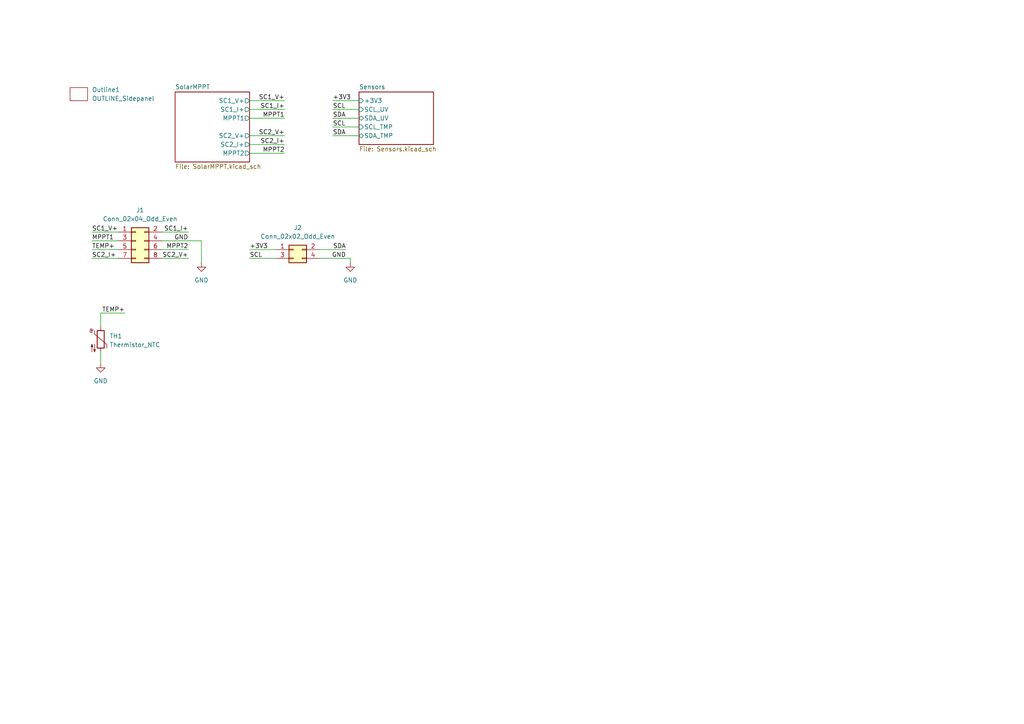
<source format=kicad_sch>
(kicad_sch (version 20211123) (generator eeschema)
  (paper "A4")
  (lib_symbols
    (symbol "Connector_Generic:Conn_02x02_Odd_Even" (pin_names (offset 1.016) hide)
      (property "Reference" "J" (at 1.27 2.54 0))
      (property "Value" "Conn_02x02_Odd_Even" (at 1.27 -5.08 0))
      (symbol "Conn_02x02_Odd_Even_1_1"
        (rectangle (start -1.27 -2.413) (end 0 -2.667) (stroke (width 0.1524)))
        (rectangle (start -1.27 0.127) (end 0 -0.127) (stroke (width 0.1524)))
        (rectangle (start -1.27 1.27) (end 3.81 -3.81) (stroke (width 0.254)) (fill (type background)))
        (rectangle (start 3.81 -2.413) (end 2.54 -2.667) (stroke (width 0.1524)))
        (rectangle (start 3.81 0.127) (end 2.54 -0.127) (stroke (width 0.1524)))
        (pin passive line (at -5.08 0 0) (length 3.81) (name "Pin_1") (number "1"))
        (pin passive line (at 7.62 0 180) (length 3.81) (name "Pin_2") (number "2"))
        (pin passive line (at -5.08 -2.54 0) (length 3.81) (name "Pin_3") (number "3"))
        (pin passive line (at 7.62 -2.54 180) (length 3.81) (name "Pin_4") (number "4"))
      )
    )
    (symbol "Connector_Generic:Conn_02x04_Odd_Even" (pin_names (offset 1.016) hide)
      (property "Reference" "J" (at 1.27 5.08 0))
      (property "Value" "Conn_02x04_Odd_Even" (at 1.27 -7.62 0))
      (symbol "Conn_02x04_Odd_Even_1_1"
        (rectangle (start -1.27 -4.953) (end 0 -5.207) (stroke (width 0.1524)))
        (rectangle (start -1.27 -2.413) (end 0 -2.667) (stroke (width 0.1524)))
        (rectangle (start -1.27 0.127) (end 0 -0.127) (stroke (width 0.1524)))
        (rectangle (start -1.27 2.667) (end 0 2.413) (stroke (width 0.1524)))
        (rectangle (start -1.27 3.81) (end 3.81 -6.35) (stroke (width 0.254)) (fill (type background)))
        (rectangle (start 3.81 -4.953) (end 2.54 -5.207) (stroke (width 0.1524)))
        (rectangle (start 3.81 -2.413) (end 2.54 -2.667) (stroke (width 0.1524)))
        (rectangle (start 3.81 0.127) (end 2.54 -0.127) (stroke (width 0.1524)))
        (rectangle (start 3.81 2.667) (end 2.54 2.413) (stroke (width 0.1524)))
        (pin passive line (at -5.08 2.54 0) (length 3.81) (name "Pin_1") (number "1"))
        (pin passive line (at 7.62 2.54 180) (length 3.81) (name "Pin_2") (number "2"))
        (pin passive line (at -5.08 0 0) (length 3.81) (name "Pin_3") (number "3"))
        (pin passive line (at 7.62 0 180) (length 3.81) (name "Pin_4") (number "4"))
        (pin passive line (at -5.08 -2.54 0) (length 3.81) (name "Pin_5") (number "5"))
        (pin passive line (at 7.62 -2.54 180) (length 3.81) (name "Pin_6") (number "6"))
        (pin passive line (at -5.08 -5.08 0) (length 3.81) (name "Pin_7") (number "7"))
        (pin passive line (at 7.62 -5.08 180) (length 3.81) (name "Pin_8") (number "8"))
      )
    )
    (symbol "Device:Thermistor_NTC" (pin_numbers hide) (pin_names (offset 0))
      (property "Reference" "TH" (at -4.445 0 90))
      (property "Value" "Thermistor_NTC" (at 3.175 0 90))
      (symbol "Thermistor_NTC_0_1"
        (arc (start -3.048 2.159) (mid -3.0505 2.3165) (end -3.175 2.413))
        (arc (start -3.048 2.159) (mid -2.9736 1.9794) (end -2.794 1.905))
        (arc (start -3.048 2.794) (mid -2.9736 2.6144) (end -2.794 2.54))
        (arc (start -2.794 1.905) (mid -2.6144 1.9794) (end -2.54 2.159))
        (arc (start -2.794 2.54) (mid -2.434 2.5608) (end -2.159 2.794))
        (arc (start -2.794 3.048) (mid -2.9736 2.9736) (end -3.048 2.794))
        (arc (start -2.54 2.794) (mid -2.6144 2.9736) (end -2.794 3.048))
        (rectangle (start -1.016 2.54) (end 1.016 -2.54) (stroke (width 0.254)))
        (polyline (pts (xy -2.54 2.159) (xy -2.54 2.794)))
        (polyline (pts (xy -1.778 2.54) (xy -1.778 1.524) (xy 1.778 -1.524) (xy 1.778 -2.54)))
        (polyline (pts (xy -2.54 -3.683) (xy -2.54 -1.397) (xy -2.794 -2.159) (xy -2.286 -2.159) (xy -2.54 -1.397) (xy -2.54 -1.651)) (fill (type outline)))
        (polyline (pts (xy -1.778 -1.397) (xy -1.778 -3.683) (xy -2.032 -2.921) (xy -1.524 -2.921) (xy -1.778 -3.683) (xy -1.778 -3.429)) (fill (type outline)))
      )
      (symbol "Thermistor_NTC_1_1"
        (pin passive line (at 0 3.81 270) (length 1.27) (name "~") (number "1"))
        (pin passive line (at 0 -3.81 90) (length 1.27) (name "~") (number "2"))
      )
    )
    (symbol "USER_Outline:OUTLINE_Sidepanel" (in_bom no)
      (property "Reference" "Outline?" (at 3.81 -3.1749 0))
      (property "Value" "OUTLINE_Sidepanel" (at 3.81 -5.7149 0))
      (symbol "OUTLINE_Sidepanel_0_1"
        (rectangle (start -2.54 -2.54) (end 2.54 -6.35))
      )
    )
    (symbol "power:GND" (power) (pin_names (offset 0))
      (property "Value" "GND" (at 0 -3.81 0))
      (symbol "GND_0_1"
        (polyline (pts (xy 0 0) (xy 0 -1.27) (xy 1.27 -1.27) (xy 0 -2.54) (xy -1.27 -1.27) (xy 0 -1.27)))
      )
      (symbol "GND_1_1"
        (pin power_in line (at 0 0 270) (length 0) hide (name "GND") (number "1"))
      )
    )
  )
  (wire (pts (xy 26.67 67.31) (xy 34.29 67.31)))
  (wire (pts (xy 54.61 74.93) (xy 46.99 74.93)))
  (wire (pts (xy 96.52 39.37) (xy 104.14 39.37)))
  (wire (pts (xy 72.39 29.21) (xy 82.55 29.21)))
  (wire (pts (xy 96.52 36.83) (xy 104.14 36.83)))
  (wire (pts (xy 26.67 74.93) (xy 34.29 74.93)))
  (wire (pts (xy 58.42 76.2) (xy 58.42 69.85)))
  (wire (pts (xy 72.39 39.37) (xy 82.55 39.37)))
  (wire (pts (xy 101.6 76.2) (xy 101.6 74.93)))
  (wire (pts (xy 72.39 34.29) (xy 82.55 34.29)))
  (wire (pts (xy 72.39 72.39) (xy 80.01 72.39)))
  (wire (pts (xy 54.61 67.31) (xy 46.99 67.31)))
  (wire (pts (xy 72.39 44.45) (xy 82.55 44.45)))
  (wire (pts (xy 96.52 34.29) (xy 104.14 34.29)))
  (wire (pts (xy 54.61 72.39) (xy 46.99 72.39)))
  (wire (pts (xy 92.71 74.93) (xy 101.6 74.93)))
  (wire (pts (xy 72.39 31.75) (xy 82.55 31.75)))
  (wire (pts (xy 72.39 74.93) (xy 80.01 74.93)))
  (wire (pts (xy 96.52 31.75) (xy 104.14 31.75)))
  (wire (pts (xy 92.71 72.39) (xy 100.33 72.39)))
  (wire (pts (xy 29.21 90.805) (xy 36.195 90.805)))
  (wire (pts (xy 29.21 102.235) (xy 29.21 105.41)))
  (wire (pts (xy 72.39 41.91) (xy 82.55 41.91)))
  (wire (pts (xy 46.99 69.85) (xy 58.42 69.85)))
  (wire (pts (xy 26.67 69.85) (xy 34.29 69.85)))
  (wire (pts (xy 29.21 90.805) (xy 29.21 94.615)))
  (wire (pts (xy 96.52 29.21) (xy 104.14 29.21)))
  (wire (pts (xy 26.67 72.39) (xy 34.29 72.39)))
  (label "SC1_I+" (at 54.61 67.31 180))
  (label "MPPT2" (at 82.55 44.45 180))
  (label "MPPT1" (at 26.67 69.85 0))
  (label "SC1_V+" (at 82.55 29.21 180))
  (label "SC2_V+" (at 82.55 39.37 180))
  (label "SC2_V+" (at 54.61 74.93 180))
  (label "SC1_I+" (at 82.55 31.75 180))
  (label "GND" (at 54.61 69.85 180))
  (label "MPPT2" (at 54.61 72.39 180))
  (label "SCL" (at 72.39 74.93 0))
  (label "GND" (at 100.33 74.93 180))
  (label "SDA" (at 96.52 34.29 0))
  (label "TEMP+" (at 26.67 72.39 0))
  (label "MPPT1" (at 82.55 34.29 180))
  (label "SCL" (at 96.52 31.75 0))
  (label "+3V3" (at 72.39 72.39 0))
  (label "SC2_I+" (at 26.67 74.93 0))
  (label "TEMP+" (at 36.195 90.805 180))
  (label "SCL" (at 96.52 36.83 0))
  (label "+3V3" (at 96.52 29.21 0))
  (label "SDA" (at 96.52 39.37 0))
  (label "SC1_V+" (at 26.67 67.31 0))
  (label "SDA" (at 100.33 72.39 180))
  (label "SC2_I+" (at 82.55 41.91 180))
  (symbol (lib_id "power:GND") (at 29.21 105.41 0) (unit 1)
    (property "Reference" "#PWR0113" (effects hide))
    (property "Value" "GND" (at 29.21 110.49 0))
  )
  (symbol (lib_id "power:GND") (at 58.42 76.2 0) (unit 1)
    (property "Reference" "#PWR0111" (effects hide))
    (property "Value" "GND" (at 58.42 81.28 0))
  )
  (symbol (lib_id "USER_Outline:OUTLINE_Sidepanel") (at 22.86 22.86 0) (unit 1) (in_bom no)
    (property "Reference" "Outline1" (at 26.67 26.0349 0) (effects (justify left)))
    (property "Value" "OUTLINE_Sidepanel" (at 26.67 28.5749 0) (effects (justify left)))
    (property "Footprint" "USER_OUTLINE:OUTLINE_SidepanelY+" (effects hide))
  )
  (symbol (lib_id "Connector_Generic:Conn_02x04_Odd_Even") (at 39.37 69.85 0) (unit 1)
    (property "Reference" "J1" (at 40.64 60.96 0))
    (property "Value" "Conn_02x04_Odd_Even" (at 40.64 63.5 0))
    (property "Footprint" "STS_Connector:M808280842" (effects hide))
  )
  (symbol (lib_id "Connector_Generic:Conn_02x02_Odd_Even") (at 85.09 72.39 0) (unit 1)
    (property "Reference" "J2" (at 86.36 66.04 0))
    (property "Value" "Conn_02x02_Odd_Even" (at 86.36 68.58 0))
    (property "Footprint" "STS_Connector:M808280442" (effects hide))
  )
  (symbol (lib_id "Device:Thermistor_NTC") (at 29.21 98.425 0) (unit 1)
    (property "Reference" "TH1" (at 31.75 97.4724 0) (effects (justify left)))
    (property "Value" "Thermistor_NTC" (at 31.75 100.0124 0) (effects (justify left)))
    (property "Footprint" "Resistor_SMD:R_0805_2012Metric_Pad1.20x1.40mm_HandSolder" (effects hide))
  )
  (symbol (lib_id "power:GND") (at 101.6 76.2 0) (unit 1)
    (property "Reference" "#PWR0112" (effects hide))
    (property "Value" "GND" (at 101.6 81.28 0))
  )
  (sheet (at 50.8 26.67) (size 21.59 20.32) (stroke (width 0.1524))
    (property "Sheet name" "SolarMPPT" (at 50.8 25.9584 0) (effects (justify left bottom)))
    (property "Sheet file" "SolarMPPT.kicad_sch" (at 50.8 47.5746 0) (effects (justify left top)))
    (pin "SC2_I+" output (at 72.39 41.91 0))
    (pin "MPPT2" output (at 72.39 44.45 0))
    (pin "SC1_V+" output (at 72.39 29.21 0))
    (pin "SC1_I+" output (at 72.39 31.75 0))
    (pin "MPPT1" output (at 72.39 34.29 0))
    (pin "SC2_V+" output (at 72.39 39.37 0))
  )
  (sheet (at 104.14 26.67) (size 21.59 15.24) (stroke (width 0.1524))
    (property "Sheet name" "Sensors" (at 104.14 25.9584 0) (effects (justify left bottom)))
    (property "Sheet file" "Sensors.kicad_sch" (at 104.14 42.4946 0) (effects (justify left top)))
    (pin "+3V3" input (at 104.14 29.21 180))
    (pin "SCL_UV" input (at 104.14 31.75 180))
    (pin "SDA_UV" bidirectional (at 104.14 34.29 180))
    (pin "SCL_TMP" input (at 104.14 36.83 180))
    (pin "SDA_TMP" bidirectional (at 104.14 39.37 180))
  )
)
</source>
